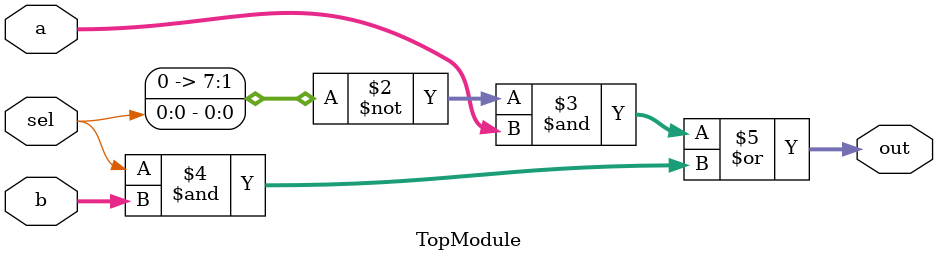
<source format=sv>

module TopModule (
  input sel,
  input [7:0] a,
  input [7:0] b,
  output reg [7:0] out
);

assign out = (~sel & a) | (sel & b);

endmodule

/*
Ambiguous Design Descriptions
*/

/*
The testbench simulated, but had errors. Please fix the module. The output of iverilog is as follows:
VCD info: dumpfile wave.vcd opened for output.
D:/MyVerilogDebugger/Dataset/dataset_verilog-eval-human/Prob062_bugs_mux2_test.sv:47: $finish called at 570 (1ps)
Hint: Output 'out' has 85 mismatches. First mismatch occurred at time 20.
Hint: Total mismatched samples is 85 out of 114 samples

Simulation finished at 570 ps
Mismatches: 85 in 114 samples
*/
</source>
